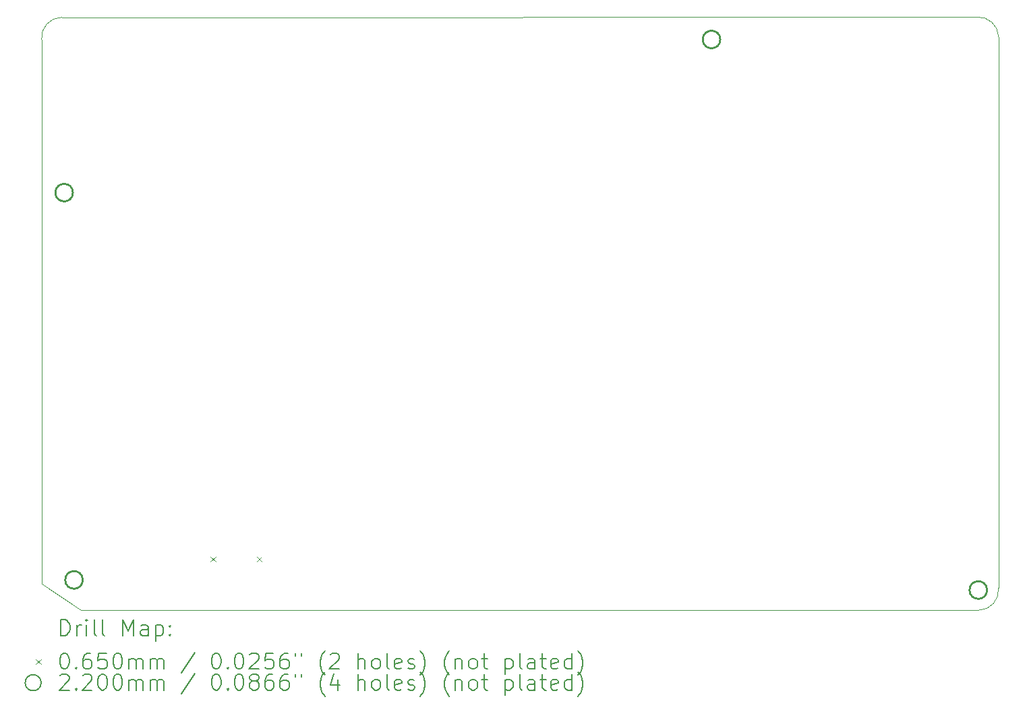
<source format=gbr>
%TF.GenerationSoftware,KiCad,Pcbnew,7.0.1*%
%TF.CreationDate,2023-11-20T00:05:41-03:00*%
%TF.ProjectId,data_logger,64617461-5f6c-46f6-9767-65722e6b6963,0*%
%TF.SameCoordinates,Original*%
%TF.FileFunction,Drillmap*%
%TF.FilePolarity,Positive*%
%FSLAX45Y45*%
G04 Gerber Fmt 4.5, Leading zero omitted, Abs format (unit mm)*
G04 Created by KiCad (PCBNEW 7.0.1) date 2023-11-20 00:05:41*
%MOMM*%
%LPD*%
G01*
G04 APERTURE LIST*
%ADD10C,0.100000*%
%ADD11C,0.200000*%
%ADD12C,0.065000*%
%ADD13C,0.220000*%
G04 APERTURE END LIST*
D10*
X8395800Y-6486867D02*
X8395800Y-13315800D01*
X20410000Y-13365333D02*
X20411267Y-6457800D01*
X8649800Y-6206194D02*
G75*
G03*
X8395800Y-6486867I10J-255276D01*
G01*
X20156000Y-13646000D02*
X8889868Y-13646000D01*
X20411267Y-6457800D02*
G75*
G03*
X20130600Y-6203800I-255267J0D01*
G01*
X8649800Y-6206200D02*
X20130600Y-6203800D01*
X8395800Y-13315800D02*
X8889868Y-13646000D01*
X20156000Y-13646006D02*
G75*
G03*
X20410000Y-13365333I-10J255276D01*
G01*
D11*
D12*
X10517500Y-12972000D02*
X10582500Y-13037000D01*
X10582500Y-12972000D02*
X10517500Y-13037000D01*
X11095500Y-12972000D02*
X11160500Y-13037000D01*
X11160500Y-12972000D02*
X11095500Y-13037000D01*
D13*
X8789000Y-8406000D02*
G75*
G03*
X8789000Y-8406000I-110000J0D01*
G01*
X8912200Y-13265000D02*
G75*
G03*
X8912200Y-13265000I-110000J0D01*
G01*
X16917000Y-6485000D02*
G75*
G03*
X16917000Y-6485000I-110000J0D01*
G01*
X20266000Y-13392000D02*
G75*
G03*
X20266000Y-13392000I-110000J0D01*
G01*
D11*
X8637153Y-13963524D02*
X8637153Y-13763524D01*
X8637153Y-13763524D02*
X8684772Y-13763524D01*
X8684772Y-13763524D02*
X8713343Y-13773048D01*
X8713343Y-13773048D02*
X8732391Y-13792095D01*
X8732391Y-13792095D02*
X8741915Y-13811143D01*
X8741915Y-13811143D02*
X8751439Y-13849238D01*
X8751439Y-13849238D02*
X8751439Y-13877809D01*
X8751439Y-13877809D02*
X8741915Y-13915905D01*
X8741915Y-13915905D02*
X8732391Y-13934952D01*
X8732391Y-13934952D02*
X8713343Y-13954000D01*
X8713343Y-13954000D02*
X8684772Y-13963524D01*
X8684772Y-13963524D02*
X8637153Y-13963524D01*
X8837153Y-13963524D02*
X8837153Y-13830190D01*
X8837153Y-13868286D02*
X8846677Y-13849238D01*
X8846677Y-13849238D02*
X8856200Y-13839714D01*
X8856200Y-13839714D02*
X8875248Y-13830190D01*
X8875248Y-13830190D02*
X8894296Y-13830190D01*
X8960962Y-13963524D02*
X8960962Y-13830190D01*
X8960962Y-13763524D02*
X8951439Y-13773048D01*
X8951439Y-13773048D02*
X8960962Y-13782571D01*
X8960962Y-13782571D02*
X8970486Y-13773048D01*
X8970486Y-13773048D02*
X8960962Y-13763524D01*
X8960962Y-13763524D02*
X8960962Y-13782571D01*
X9084772Y-13963524D02*
X9065724Y-13954000D01*
X9065724Y-13954000D02*
X9056200Y-13934952D01*
X9056200Y-13934952D02*
X9056200Y-13763524D01*
X9189534Y-13963524D02*
X9170486Y-13954000D01*
X9170486Y-13954000D02*
X9160962Y-13934952D01*
X9160962Y-13934952D02*
X9160962Y-13763524D01*
X9418105Y-13963524D02*
X9418105Y-13763524D01*
X9418105Y-13763524D02*
X9484772Y-13906381D01*
X9484772Y-13906381D02*
X9551439Y-13763524D01*
X9551439Y-13763524D02*
X9551439Y-13963524D01*
X9732391Y-13963524D02*
X9732391Y-13858762D01*
X9732391Y-13858762D02*
X9722867Y-13839714D01*
X9722867Y-13839714D02*
X9703820Y-13830190D01*
X9703820Y-13830190D02*
X9665724Y-13830190D01*
X9665724Y-13830190D02*
X9646677Y-13839714D01*
X9732391Y-13954000D02*
X9713343Y-13963524D01*
X9713343Y-13963524D02*
X9665724Y-13963524D01*
X9665724Y-13963524D02*
X9646677Y-13954000D01*
X9646677Y-13954000D02*
X9637153Y-13934952D01*
X9637153Y-13934952D02*
X9637153Y-13915905D01*
X9637153Y-13915905D02*
X9646677Y-13896857D01*
X9646677Y-13896857D02*
X9665724Y-13887333D01*
X9665724Y-13887333D02*
X9713343Y-13887333D01*
X9713343Y-13887333D02*
X9732391Y-13877809D01*
X9827629Y-13830190D02*
X9827629Y-14030190D01*
X9827629Y-13839714D02*
X9846677Y-13830190D01*
X9846677Y-13830190D02*
X9884772Y-13830190D01*
X9884772Y-13830190D02*
X9903820Y-13839714D01*
X9903820Y-13839714D02*
X9913343Y-13849238D01*
X9913343Y-13849238D02*
X9922867Y-13868286D01*
X9922867Y-13868286D02*
X9922867Y-13925428D01*
X9922867Y-13925428D02*
X9913343Y-13944476D01*
X9913343Y-13944476D02*
X9903820Y-13954000D01*
X9903820Y-13954000D02*
X9884772Y-13963524D01*
X9884772Y-13963524D02*
X9846677Y-13963524D01*
X9846677Y-13963524D02*
X9827629Y-13954000D01*
X10008581Y-13944476D02*
X10018105Y-13954000D01*
X10018105Y-13954000D02*
X10008581Y-13963524D01*
X10008581Y-13963524D02*
X9999058Y-13954000D01*
X9999058Y-13954000D02*
X10008581Y-13944476D01*
X10008581Y-13944476D02*
X10008581Y-13963524D01*
X10008581Y-13839714D02*
X10018105Y-13849238D01*
X10018105Y-13849238D02*
X10008581Y-13858762D01*
X10008581Y-13858762D02*
X9999058Y-13849238D01*
X9999058Y-13849238D02*
X10008581Y-13839714D01*
X10008581Y-13839714D02*
X10008581Y-13858762D01*
D12*
X8324534Y-14258500D02*
X8389534Y-14323500D01*
X8389534Y-14258500D02*
X8324534Y-14323500D01*
D11*
X8675248Y-14183524D02*
X8694296Y-14183524D01*
X8694296Y-14183524D02*
X8713343Y-14193048D01*
X8713343Y-14193048D02*
X8722867Y-14202571D01*
X8722867Y-14202571D02*
X8732391Y-14221619D01*
X8732391Y-14221619D02*
X8741915Y-14259714D01*
X8741915Y-14259714D02*
X8741915Y-14307333D01*
X8741915Y-14307333D02*
X8732391Y-14345428D01*
X8732391Y-14345428D02*
X8722867Y-14364476D01*
X8722867Y-14364476D02*
X8713343Y-14374000D01*
X8713343Y-14374000D02*
X8694296Y-14383524D01*
X8694296Y-14383524D02*
X8675248Y-14383524D01*
X8675248Y-14383524D02*
X8656200Y-14374000D01*
X8656200Y-14374000D02*
X8646677Y-14364476D01*
X8646677Y-14364476D02*
X8637153Y-14345428D01*
X8637153Y-14345428D02*
X8627629Y-14307333D01*
X8627629Y-14307333D02*
X8627629Y-14259714D01*
X8627629Y-14259714D02*
X8637153Y-14221619D01*
X8637153Y-14221619D02*
X8646677Y-14202571D01*
X8646677Y-14202571D02*
X8656200Y-14193048D01*
X8656200Y-14193048D02*
X8675248Y-14183524D01*
X8827629Y-14364476D02*
X8837153Y-14374000D01*
X8837153Y-14374000D02*
X8827629Y-14383524D01*
X8827629Y-14383524D02*
X8818105Y-14374000D01*
X8818105Y-14374000D02*
X8827629Y-14364476D01*
X8827629Y-14364476D02*
X8827629Y-14383524D01*
X9008581Y-14183524D02*
X8970486Y-14183524D01*
X8970486Y-14183524D02*
X8951439Y-14193048D01*
X8951439Y-14193048D02*
X8941915Y-14202571D01*
X8941915Y-14202571D02*
X8922867Y-14231143D01*
X8922867Y-14231143D02*
X8913343Y-14269238D01*
X8913343Y-14269238D02*
X8913343Y-14345428D01*
X8913343Y-14345428D02*
X8922867Y-14364476D01*
X8922867Y-14364476D02*
X8932391Y-14374000D01*
X8932391Y-14374000D02*
X8951439Y-14383524D01*
X8951439Y-14383524D02*
X8989534Y-14383524D01*
X8989534Y-14383524D02*
X9008581Y-14374000D01*
X9008581Y-14374000D02*
X9018105Y-14364476D01*
X9018105Y-14364476D02*
X9027629Y-14345428D01*
X9027629Y-14345428D02*
X9027629Y-14297809D01*
X9027629Y-14297809D02*
X9018105Y-14278762D01*
X9018105Y-14278762D02*
X9008581Y-14269238D01*
X9008581Y-14269238D02*
X8989534Y-14259714D01*
X8989534Y-14259714D02*
X8951439Y-14259714D01*
X8951439Y-14259714D02*
X8932391Y-14269238D01*
X8932391Y-14269238D02*
X8922867Y-14278762D01*
X8922867Y-14278762D02*
X8913343Y-14297809D01*
X9208581Y-14183524D02*
X9113343Y-14183524D01*
X9113343Y-14183524D02*
X9103820Y-14278762D01*
X9103820Y-14278762D02*
X9113343Y-14269238D01*
X9113343Y-14269238D02*
X9132391Y-14259714D01*
X9132391Y-14259714D02*
X9180010Y-14259714D01*
X9180010Y-14259714D02*
X9199058Y-14269238D01*
X9199058Y-14269238D02*
X9208581Y-14278762D01*
X9208581Y-14278762D02*
X9218105Y-14297809D01*
X9218105Y-14297809D02*
X9218105Y-14345428D01*
X9218105Y-14345428D02*
X9208581Y-14364476D01*
X9208581Y-14364476D02*
X9199058Y-14374000D01*
X9199058Y-14374000D02*
X9180010Y-14383524D01*
X9180010Y-14383524D02*
X9132391Y-14383524D01*
X9132391Y-14383524D02*
X9113343Y-14374000D01*
X9113343Y-14374000D02*
X9103820Y-14364476D01*
X9341915Y-14183524D02*
X9360962Y-14183524D01*
X9360962Y-14183524D02*
X9380010Y-14193048D01*
X9380010Y-14193048D02*
X9389534Y-14202571D01*
X9389534Y-14202571D02*
X9399058Y-14221619D01*
X9399058Y-14221619D02*
X9408581Y-14259714D01*
X9408581Y-14259714D02*
X9408581Y-14307333D01*
X9408581Y-14307333D02*
X9399058Y-14345428D01*
X9399058Y-14345428D02*
X9389534Y-14364476D01*
X9389534Y-14364476D02*
X9380010Y-14374000D01*
X9380010Y-14374000D02*
X9360962Y-14383524D01*
X9360962Y-14383524D02*
X9341915Y-14383524D01*
X9341915Y-14383524D02*
X9322867Y-14374000D01*
X9322867Y-14374000D02*
X9313343Y-14364476D01*
X9313343Y-14364476D02*
X9303820Y-14345428D01*
X9303820Y-14345428D02*
X9294296Y-14307333D01*
X9294296Y-14307333D02*
X9294296Y-14259714D01*
X9294296Y-14259714D02*
X9303820Y-14221619D01*
X9303820Y-14221619D02*
X9313343Y-14202571D01*
X9313343Y-14202571D02*
X9322867Y-14193048D01*
X9322867Y-14193048D02*
X9341915Y-14183524D01*
X9494296Y-14383524D02*
X9494296Y-14250190D01*
X9494296Y-14269238D02*
X9503820Y-14259714D01*
X9503820Y-14259714D02*
X9522867Y-14250190D01*
X9522867Y-14250190D02*
X9551439Y-14250190D01*
X9551439Y-14250190D02*
X9570486Y-14259714D01*
X9570486Y-14259714D02*
X9580010Y-14278762D01*
X9580010Y-14278762D02*
X9580010Y-14383524D01*
X9580010Y-14278762D02*
X9589534Y-14259714D01*
X9589534Y-14259714D02*
X9608581Y-14250190D01*
X9608581Y-14250190D02*
X9637153Y-14250190D01*
X9637153Y-14250190D02*
X9656201Y-14259714D01*
X9656201Y-14259714D02*
X9665724Y-14278762D01*
X9665724Y-14278762D02*
X9665724Y-14383524D01*
X9760962Y-14383524D02*
X9760962Y-14250190D01*
X9760962Y-14269238D02*
X9770486Y-14259714D01*
X9770486Y-14259714D02*
X9789534Y-14250190D01*
X9789534Y-14250190D02*
X9818105Y-14250190D01*
X9818105Y-14250190D02*
X9837153Y-14259714D01*
X9837153Y-14259714D02*
X9846677Y-14278762D01*
X9846677Y-14278762D02*
X9846677Y-14383524D01*
X9846677Y-14278762D02*
X9856201Y-14259714D01*
X9856201Y-14259714D02*
X9875248Y-14250190D01*
X9875248Y-14250190D02*
X9903820Y-14250190D01*
X9903820Y-14250190D02*
X9922867Y-14259714D01*
X9922867Y-14259714D02*
X9932391Y-14278762D01*
X9932391Y-14278762D02*
X9932391Y-14383524D01*
X10322867Y-14174000D02*
X10151439Y-14431143D01*
X10580010Y-14183524D02*
X10599058Y-14183524D01*
X10599058Y-14183524D02*
X10618105Y-14193048D01*
X10618105Y-14193048D02*
X10627629Y-14202571D01*
X10627629Y-14202571D02*
X10637153Y-14221619D01*
X10637153Y-14221619D02*
X10646677Y-14259714D01*
X10646677Y-14259714D02*
X10646677Y-14307333D01*
X10646677Y-14307333D02*
X10637153Y-14345428D01*
X10637153Y-14345428D02*
X10627629Y-14364476D01*
X10627629Y-14364476D02*
X10618105Y-14374000D01*
X10618105Y-14374000D02*
X10599058Y-14383524D01*
X10599058Y-14383524D02*
X10580010Y-14383524D01*
X10580010Y-14383524D02*
X10560963Y-14374000D01*
X10560963Y-14374000D02*
X10551439Y-14364476D01*
X10551439Y-14364476D02*
X10541915Y-14345428D01*
X10541915Y-14345428D02*
X10532391Y-14307333D01*
X10532391Y-14307333D02*
X10532391Y-14259714D01*
X10532391Y-14259714D02*
X10541915Y-14221619D01*
X10541915Y-14221619D02*
X10551439Y-14202571D01*
X10551439Y-14202571D02*
X10560963Y-14193048D01*
X10560963Y-14193048D02*
X10580010Y-14183524D01*
X10732391Y-14364476D02*
X10741915Y-14374000D01*
X10741915Y-14374000D02*
X10732391Y-14383524D01*
X10732391Y-14383524D02*
X10722867Y-14374000D01*
X10722867Y-14374000D02*
X10732391Y-14364476D01*
X10732391Y-14364476D02*
X10732391Y-14383524D01*
X10865724Y-14183524D02*
X10884772Y-14183524D01*
X10884772Y-14183524D02*
X10903820Y-14193048D01*
X10903820Y-14193048D02*
X10913344Y-14202571D01*
X10913344Y-14202571D02*
X10922867Y-14221619D01*
X10922867Y-14221619D02*
X10932391Y-14259714D01*
X10932391Y-14259714D02*
X10932391Y-14307333D01*
X10932391Y-14307333D02*
X10922867Y-14345428D01*
X10922867Y-14345428D02*
X10913344Y-14364476D01*
X10913344Y-14364476D02*
X10903820Y-14374000D01*
X10903820Y-14374000D02*
X10884772Y-14383524D01*
X10884772Y-14383524D02*
X10865724Y-14383524D01*
X10865724Y-14383524D02*
X10846677Y-14374000D01*
X10846677Y-14374000D02*
X10837153Y-14364476D01*
X10837153Y-14364476D02*
X10827629Y-14345428D01*
X10827629Y-14345428D02*
X10818105Y-14307333D01*
X10818105Y-14307333D02*
X10818105Y-14259714D01*
X10818105Y-14259714D02*
X10827629Y-14221619D01*
X10827629Y-14221619D02*
X10837153Y-14202571D01*
X10837153Y-14202571D02*
X10846677Y-14193048D01*
X10846677Y-14193048D02*
X10865724Y-14183524D01*
X11008582Y-14202571D02*
X11018105Y-14193048D01*
X11018105Y-14193048D02*
X11037153Y-14183524D01*
X11037153Y-14183524D02*
X11084772Y-14183524D01*
X11084772Y-14183524D02*
X11103820Y-14193048D01*
X11103820Y-14193048D02*
X11113344Y-14202571D01*
X11113344Y-14202571D02*
X11122867Y-14221619D01*
X11122867Y-14221619D02*
X11122867Y-14240667D01*
X11122867Y-14240667D02*
X11113344Y-14269238D01*
X11113344Y-14269238D02*
X10999058Y-14383524D01*
X10999058Y-14383524D02*
X11122867Y-14383524D01*
X11303820Y-14183524D02*
X11208582Y-14183524D01*
X11208582Y-14183524D02*
X11199058Y-14278762D01*
X11199058Y-14278762D02*
X11208582Y-14269238D01*
X11208582Y-14269238D02*
X11227629Y-14259714D01*
X11227629Y-14259714D02*
X11275248Y-14259714D01*
X11275248Y-14259714D02*
X11294296Y-14269238D01*
X11294296Y-14269238D02*
X11303820Y-14278762D01*
X11303820Y-14278762D02*
X11313343Y-14297809D01*
X11313343Y-14297809D02*
X11313343Y-14345428D01*
X11313343Y-14345428D02*
X11303820Y-14364476D01*
X11303820Y-14364476D02*
X11294296Y-14374000D01*
X11294296Y-14374000D02*
X11275248Y-14383524D01*
X11275248Y-14383524D02*
X11227629Y-14383524D01*
X11227629Y-14383524D02*
X11208582Y-14374000D01*
X11208582Y-14374000D02*
X11199058Y-14364476D01*
X11484772Y-14183524D02*
X11446677Y-14183524D01*
X11446677Y-14183524D02*
X11427629Y-14193048D01*
X11427629Y-14193048D02*
X11418105Y-14202571D01*
X11418105Y-14202571D02*
X11399058Y-14231143D01*
X11399058Y-14231143D02*
X11389534Y-14269238D01*
X11389534Y-14269238D02*
X11389534Y-14345428D01*
X11389534Y-14345428D02*
X11399058Y-14364476D01*
X11399058Y-14364476D02*
X11408582Y-14374000D01*
X11408582Y-14374000D02*
X11427629Y-14383524D01*
X11427629Y-14383524D02*
X11465724Y-14383524D01*
X11465724Y-14383524D02*
X11484772Y-14374000D01*
X11484772Y-14374000D02*
X11494296Y-14364476D01*
X11494296Y-14364476D02*
X11503820Y-14345428D01*
X11503820Y-14345428D02*
X11503820Y-14297809D01*
X11503820Y-14297809D02*
X11494296Y-14278762D01*
X11494296Y-14278762D02*
X11484772Y-14269238D01*
X11484772Y-14269238D02*
X11465724Y-14259714D01*
X11465724Y-14259714D02*
X11427629Y-14259714D01*
X11427629Y-14259714D02*
X11408582Y-14269238D01*
X11408582Y-14269238D02*
X11399058Y-14278762D01*
X11399058Y-14278762D02*
X11389534Y-14297809D01*
X11580010Y-14183524D02*
X11580010Y-14221619D01*
X11656201Y-14183524D02*
X11656201Y-14221619D01*
X11951439Y-14459714D02*
X11941915Y-14450190D01*
X11941915Y-14450190D02*
X11922867Y-14421619D01*
X11922867Y-14421619D02*
X11913344Y-14402571D01*
X11913344Y-14402571D02*
X11903820Y-14374000D01*
X11903820Y-14374000D02*
X11894296Y-14326381D01*
X11894296Y-14326381D02*
X11894296Y-14288286D01*
X11894296Y-14288286D02*
X11903820Y-14240667D01*
X11903820Y-14240667D02*
X11913344Y-14212095D01*
X11913344Y-14212095D02*
X11922867Y-14193048D01*
X11922867Y-14193048D02*
X11941915Y-14164476D01*
X11941915Y-14164476D02*
X11951439Y-14154952D01*
X12018105Y-14202571D02*
X12027629Y-14193048D01*
X12027629Y-14193048D02*
X12046677Y-14183524D01*
X12046677Y-14183524D02*
X12094296Y-14183524D01*
X12094296Y-14183524D02*
X12113344Y-14193048D01*
X12113344Y-14193048D02*
X12122867Y-14202571D01*
X12122867Y-14202571D02*
X12132391Y-14221619D01*
X12132391Y-14221619D02*
X12132391Y-14240667D01*
X12132391Y-14240667D02*
X12122867Y-14269238D01*
X12122867Y-14269238D02*
X12008582Y-14383524D01*
X12008582Y-14383524D02*
X12132391Y-14383524D01*
X12370486Y-14383524D02*
X12370486Y-14183524D01*
X12456201Y-14383524D02*
X12456201Y-14278762D01*
X12456201Y-14278762D02*
X12446677Y-14259714D01*
X12446677Y-14259714D02*
X12427629Y-14250190D01*
X12427629Y-14250190D02*
X12399058Y-14250190D01*
X12399058Y-14250190D02*
X12380010Y-14259714D01*
X12380010Y-14259714D02*
X12370486Y-14269238D01*
X12580010Y-14383524D02*
X12560963Y-14374000D01*
X12560963Y-14374000D02*
X12551439Y-14364476D01*
X12551439Y-14364476D02*
X12541915Y-14345428D01*
X12541915Y-14345428D02*
X12541915Y-14288286D01*
X12541915Y-14288286D02*
X12551439Y-14269238D01*
X12551439Y-14269238D02*
X12560963Y-14259714D01*
X12560963Y-14259714D02*
X12580010Y-14250190D01*
X12580010Y-14250190D02*
X12608582Y-14250190D01*
X12608582Y-14250190D02*
X12627629Y-14259714D01*
X12627629Y-14259714D02*
X12637153Y-14269238D01*
X12637153Y-14269238D02*
X12646677Y-14288286D01*
X12646677Y-14288286D02*
X12646677Y-14345428D01*
X12646677Y-14345428D02*
X12637153Y-14364476D01*
X12637153Y-14364476D02*
X12627629Y-14374000D01*
X12627629Y-14374000D02*
X12608582Y-14383524D01*
X12608582Y-14383524D02*
X12580010Y-14383524D01*
X12760963Y-14383524D02*
X12741915Y-14374000D01*
X12741915Y-14374000D02*
X12732391Y-14354952D01*
X12732391Y-14354952D02*
X12732391Y-14183524D01*
X12913344Y-14374000D02*
X12894296Y-14383524D01*
X12894296Y-14383524D02*
X12856201Y-14383524D01*
X12856201Y-14383524D02*
X12837153Y-14374000D01*
X12837153Y-14374000D02*
X12827629Y-14354952D01*
X12827629Y-14354952D02*
X12827629Y-14278762D01*
X12827629Y-14278762D02*
X12837153Y-14259714D01*
X12837153Y-14259714D02*
X12856201Y-14250190D01*
X12856201Y-14250190D02*
X12894296Y-14250190D01*
X12894296Y-14250190D02*
X12913344Y-14259714D01*
X12913344Y-14259714D02*
X12922867Y-14278762D01*
X12922867Y-14278762D02*
X12922867Y-14297809D01*
X12922867Y-14297809D02*
X12827629Y-14316857D01*
X12999058Y-14374000D02*
X13018106Y-14383524D01*
X13018106Y-14383524D02*
X13056201Y-14383524D01*
X13056201Y-14383524D02*
X13075248Y-14374000D01*
X13075248Y-14374000D02*
X13084772Y-14354952D01*
X13084772Y-14354952D02*
X13084772Y-14345428D01*
X13084772Y-14345428D02*
X13075248Y-14326381D01*
X13075248Y-14326381D02*
X13056201Y-14316857D01*
X13056201Y-14316857D02*
X13027629Y-14316857D01*
X13027629Y-14316857D02*
X13008582Y-14307333D01*
X13008582Y-14307333D02*
X12999058Y-14288286D01*
X12999058Y-14288286D02*
X12999058Y-14278762D01*
X12999058Y-14278762D02*
X13008582Y-14259714D01*
X13008582Y-14259714D02*
X13027629Y-14250190D01*
X13027629Y-14250190D02*
X13056201Y-14250190D01*
X13056201Y-14250190D02*
X13075248Y-14259714D01*
X13151439Y-14459714D02*
X13160963Y-14450190D01*
X13160963Y-14450190D02*
X13180010Y-14421619D01*
X13180010Y-14421619D02*
X13189534Y-14402571D01*
X13189534Y-14402571D02*
X13199058Y-14374000D01*
X13199058Y-14374000D02*
X13208582Y-14326381D01*
X13208582Y-14326381D02*
X13208582Y-14288286D01*
X13208582Y-14288286D02*
X13199058Y-14240667D01*
X13199058Y-14240667D02*
X13189534Y-14212095D01*
X13189534Y-14212095D02*
X13180010Y-14193048D01*
X13180010Y-14193048D02*
X13160963Y-14164476D01*
X13160963Y-14164476D02*
X13151439Y-14154952D01*
X13513344Y-14459714D02*
X13503820Y-14450190D01*
X13503820Y-14450190D02*
X13484772Y-14421619D01*
X13484772Y-14421619D02*
X13475248Y-14402571D01*
X13475248Y-14402571D02*
X13465725Y-14374000D01*
X13465725Y-14374000D02*
X13456201Y-14326381D01*
X13456201Y-14326381D02*
X13456201Y-14288286D01*
X13456201Y-14288286D02*
X13465725Y-14240667D01*
X13465725Y-14240667D02*
X13475248Y-14212095D01*
X13475248Y-14212095D02*
X13484772Y-14193048D01*
X13484772Y-14193048D02*
X13503820Y-14164476D01*
X13503820Y-14164476D02*
X13513344Y-14154952D01*
X13589534Y-14250190D02*
X13589534Y-14383524D01*
X13589534Y-14269238D02*
X13599058Y-14259714D01*
X13599058Y-14259714D02*
X13618106Y-14250190D01*
X13618106Y-14250190D02*
X13646677Y-14250190D01*
X13646677Y-14250190D02*
X13665725Y-14259714D01*
X13665725Y-14259714D02*
X13675248Y-14278762D01*
X13675248Y-14278762D02*
X13675248Y-14383524D01*
X13799058Y-14383524D02*
X13780010Y-14374000D01*
X13780010Y-14374000D02*
X13770487Y-14364476D01*
X13770487Y-14364476D02*
X13760963Y-14345428D01*
X13760963Y-14345428D02*
X13760963Y-14288286D01*
X13760963Y-14288286D02*
X13770487Y-14269238D01*
X13770487Y-14269238D02*
X13780010Y-14259714D01*
X13780010Y-14259714D02*
X13799058Y-14250190D01*
X13799058Y-14250190D02*
X13827629Y-14250190D01*
X13827629Y-14250190D02*
X13846677Y-14259714D01*
X13846677Y-14259714D02*
X13856201Y-14269238D01*
X13856201Y-14269238D02*
X13865725Y-14288286D01*
X13865725Y-14288286D02*
X13865725Y-14345428D01*
X13865725Y-14345428D02*
X13856201Y-14364476D01*
X13856201Y-14364476D02*
X13846677Y-14374000D01*
X13846677Y-14374000D02*
X13827629Y-14383524D01*
X13827629Y-14383524D02*
X13799058Y-14383524D01*
X13922868Y-14250190D02*
X13999058Y-14250190D01*
X13951439Y-14183524D02*
X13951439Y-14354952D01*
X13951439Y-14354952D02*
X13960963Y-14374000D01*
X13960963Y-14374000D02*
X13980010Y-14383524D01*
X13980010Y-14383524D02*
X13999058Y-14383524D01*
X14218106Y-14250190D02*
X14218106Y-14450190D01*
X14218106Y-14259714D02*
X14237153Y-14250190D01*
X14237153Y-14250190D02*
X14275249Y-14250190D01*
X14275249Y-14250190D02*
X14294296Y-14259714D01*
X14294296Y-14259714D02*
X14303820Y-14269238D01*
X14303820Y-14269238D02*
X14313344Y-14288286D01*
X14313344Y-14288286D02*
X14313344Y-14345428D01*
X14313344Y-14345428D02*
X14303820Y-14364476D01*
X14303820Y-14364476D02*
X14294296Y-14374000D01*
X14294296Y-14374000D02*
X14275249Y-14383524D01*
X14275249Y-14383524D02*
X14237153Y-14383524D01*
X14237153Y-14383524D02*
X14218106Y-14374000D01*
X14427629Y-14383524D02*
X14408582Y-14374000D01*
X14408582Y-14374000D02*
X14399058Y-14354952D01*
X14399058Y-14354952D02*
X14399058Y-14183524D01*
X14589534Y-14383524D02*
X14589534Y-14278762D01*
X14589534Y-14278762D02*
X14580010Y-14259714D01*
X14580010Y-14259714D02*
X14560963Y-14250190D01*
X14560963Y-14250190D02*
X14522868Y-14250190D01*
X14522868Y-14250190D02*
X14503820Y-14259714D01*
X14589534Y-14374000D02*
X14570487Y-14383524D01*
X14570487Y-14383524D02*
X14522868Y-14383524D01*
X14522868Y-14383524D02*
X14503820Y-14374000D01*
X14503820Y-14374000D02*
X14494296Y-14354952D01*
X14494296Y-14354952D02*
X14494296Y-14335905D01*
X14494296Y-14335905D02*
X14503820Y-14316857D01*
X14503820Y-14316857D02*
X14522868Y-14307333D01*
X14522868Y-14307333D02*
X14570487Y-14307333D01*
X14570487Y-14307333D02*
X14589534Y-14297809D01*
X14656201Y-14250190D02*
X14732391Y-14250190D01*
X14684772Y-14183524D02*
X14684772Y-14354952D01*
X14684772Y-14354952D02*
X14694296Y-14374000D01*
X14694296Y-14374000D02*
X14713344Y-14383524D01*
X14713344Y-14383524D02*
X14732391Y-14383524D01*
X14875249Y-14374000D02*
X14856201Y-14383524D01*
X14856201Y-14383524D02*
X14818106Y-14383524D01*
X14818106Y-14383524D02*
X14799058Y-14374000D01*
X14799058Y-14374000D02*
X14789534Y-14354952D01*
X14789534Y-14354952D02*
X14789534Y-14278762D01*
X14789534Y-14278762D02*
X14799058Y-14259714D01*
X14799058Y-14259714D02*
X14818106Y-14250190D01*
X14818106Y-14250190D02*
X14856201Y-14250190D01*
X14856201Y-14250190D02*
X14875249Y-14259714D01*
X14875249Y-14259714D02*
X14884772Y-14278762D01*
X14884772Y-14278762D02*
X14884772Y-14297809D01*
X14884772Y-14297809D02*
X14789534Y-14316857D01*
X15056201Y-14383524D02*
X15056201Y-14183524D01*
X15056201Y-14374000D02*
X15037153Y-14383524D01*
X15037153Y-14383524D02*
X14999058Y-14383524D01*
X14999058Y-14383524D02*
X14980010Y-14374000D01*
X14980010Y-14374000D02*
X14970487Y-14364476D01*
X14970487Y-14364476D02*
X14960963Y-14345428D01*
X14960963Y-14345428D02*
X14960963Y-14288286D01*
X14960963Y-14288286D02*
X14970487Y-14269238D01*
X14970487Y-14269238D02*
X14980010Y-14259714D01*
X14980010Y-14259714D02*
X14999058Y-14250190D01*
X14999058Y-14250190D02*
X15037153Y-14250190D01*
X15037153Y-14250190D02*
X15056201Y-14259714D01*
X15132391Y-14459714D02*
X15141915Y-14450190D01*
X15141915Y-14450190D02*
X15160963Y-14421619D01*
X15160963Y-14421619D02*
X15170487Y-14402571D01*
X15170487Y-14402571D02*
X15180010Y-14374000D01*
X15180010Y-14374000D02*
X15189534Y-14326381D01*
X15189534Y-14326381D02*
X15189534Y-14288286D01*
X15189534Y-14288286D02*
X15180010Y-14240667D01*
X15180010Y-14240667D02*
X15170487Y-14212095D01*
X15170487Y-14212095D02*
X15160963Y-14193048D01*
X15160963Y-14193048D02*
X15141915Y-14164476D01*
X15141915Y-14164476D02*
X15132391Y-14154952D01*
X8389534Y-14555000D02*
G75*
G03*
X8389534Y-14555000I-100000J0D01*
G01*
X8627629Y-14466571D02*
X8637153Y-14457048D01*
X8637153Y-14457048D02*
X8656200Y-14447524D01*
X8656200Y-14447524D02*
X8703820Y-14447524D01*
X8703820Y-14447524D02*
X8722867Y-14457048D01*
X8722867Y-14457048D02*
X8732391Y-14466571D01*
X8732391Y-14466571D02*
X8741915Y-14485619D01*
X8741915Y-14485619D02*
X8741915Y-14504667D01*
X8741915Y-14504667D02*
X8732391Y-14533238D01*
X8732391Y-14533238D02*
X8618105Y-14647524D01*
X8618105Y-14647524D02*
X8741915Y-14647524D01*
X8827629Y-14628476D02*
X8837153Y-14638000D01*
X8837153Y-14638000D02*
X8827629Y-14647524D01*
X8827629Y-14647524D02*
X8818105Y-14638000D01*
X8818105Y-14638000D02*
X8827629Y-14628476D01*
X8827629Y-14628476D02*
X8827629Y-14647524D01*
X8913343Y-14466571D02*
X8922867Y-14457048D01*
X8922867Y-14457048D02*
X8941915Y-14447524D01*
X8941915Y-14447524D02*
X8989534Y-14447524D01*
X8989534Y-14447524D02*
X9008581Y-14457048D01*
X9008581Y-14457048D02*
X9018105Y-14466571D01*
X9018105Y-14466571D02*
X9027629Y-14485619D01*
X9027629Y-14485619D02*
X9027629Y-14504667D01*
X9027629Y-14504667D02*
X9018105Y-14533238D01*
X9018105Y-14533238D02*
X8903820Y-14647524D01*
X8903820Y-14647524D02*
X9027629Y-14647524D01*
X9151439Y-14447524D02*
X9170486Y-14447524D01*
X9170486Y-14447524D02*
X9189534Y-14457048D01*
X9189534Y-14457048D02*
X9199058Y-14466571D01*
X9199058Y-14466571D02*
X9208581Y-14485619D01*
X9208581Y-14485619D02*
X9218105Y-14523714D01*
X9218105Y-14523714D02*
X9218105Y-14571333D01*
X9218105Y-14571333D02*
X9208581Y-14609428D01*
X9208581Y-14609428D02*
X9199058Y-14628476D01*
X9199058Y-14628476D02*
X9189534Y-14638000D01*
X9189534Y-14638000D02*
X9170486Y-14647524D01*
X9170486Y-14647524D02*
X9151439Y-14647524D01*
X9151439Y-14647524D02*
X9132391Y-14638000D01*
X9132391Y-14638000D02*
X9122867Y-14628476D01*
X9122867Y-14628476D02*
X9113343Y-14609428D01*
X9113343Y-14609428D02*
X9103820Y-14571333D01*
X9103820Y-14571333D02*
X9103820Y-14523714D01*
X9103820Y-14523714D02*
X9113343Y-14485619D01*
X9113343Y-14485619D02*
X9122867Y-14466571D01*
X9122867Y-14466571D02*
X9132391Y-14457048D01*
X9132391Y-14457048D02*
X9151439Y-14447524D01*
X9341915Y-14447524D02*
X9360962Y-14447524D01*
X9360962Y-14447524D02*
X9380010Y-14457048D01*
X9380010Y-14457048D02*
X9389534Y-14466571D01*
X9389534Y-14466571D02*
X9399058Y-14485619D01*
X9399058Y-14485619D02*
X9408581Y-14523714D01*
X9408581Y-14523714D02*
X9408581Y-14571333D01*
X9408581Y-14571333D02*
X9399058Y-14609428D01*
X9399058Y-14609428D02*
X9389534Y-14628476D01*
X9389534Y-14628476D02*
X9380010Y-14638000D01*
X9380010Y-14638000D02*
X9360962Y-14647524D01*
X9360962Y-14647524D02*
X9341915Y-14647524D01*
X9341915Y-14647524D02*
X9322867Y-14638000D01*
X9322867Y-14638000D02*
X9313343Y-14628476D01*
X9313343Y-14628476D02*
X9303820Y-14609428D01*
X9303820Y-14609428D02*
X9294296Y-14571333D01*
X9294296Y-14571333D02*
X9294296Y-14523714D01*
X9294296Y-14523714D02*
X9303820Y-14485619D01*
X9303820Y-14485619D02*
X9313343Y-14466571D01*
X9313343Y-14466571D02*
X9322867Y-14457048D01*
X9322867Y-14457048D02*
X9341915Y-14447524D01*
X9494296Y-14647524D02*
X9494296Y-14514190D01*
X9494296Y-14533238D02*
X9503820Y-14523714D01*
X9503820Y-14523714D02*
X9522867Y-14514190D01*
X9522867Y-14514190D02*
X9551439Y-14514190D01*
X9551439Y-14514190D02*
X9570486Y-14523714D01*
X9570486Y-14523714D02*
X9580010Y-14542762D01*
X9580010Y-14542762D02*
X9580010Y-14647524D01*
X9580010Y-14542762D02*
X9589534Y-14523714D01*
X9589534Y-14523714D02*
X9608581Y-14514190D01*
X9608581Y-14514190D02*
X9637153Y-14514190D01*
X9637153Y-14514190D02*
X9656201Y-14523714D01*
X9656201Y-14523714D02*
X9665724Y-14542762D01*
X9665724Y-14542762D02*
X9665724Y-14647524D01*
X9760962Y-14647524D02*
X9760962Y-14514190D01*
X9760962Y-14533238D02*
X9770486Y-14523714D01*
X9770486Y-14523714D02*
X9789534Y-14514190D01*
X9789534Y-14514190D02*
X9818105Y-14514190D01*
X9818105Y-14514190D02*
X9837153Y-14523714D01*
X9837153Y-14523714D02*
X9846677Y-14542762D01*
X9846677Y-14542762D02*
X9846677Y-14647524D01*
X9846677Y-14542762D02*
X9856201Y-14523714D01*
X9856201Y-14523714D02*
X9875248Y-14514190D01*
X9875248Y-14514190D02*
X9903820Y-14514190D01*
X9903820Y-14514190D02*
X9922867Y-14523714D01*
X9922867Y-14523714D02*
X9932391Y-14542762D01*
X9932391Y-14542762D02*
X9932391Y-14647524D01*
X10322867Y-14438000D02*
X10151439Y-14695143D01*
X10580010Y-14447524D02*
X10599058Y-14447524D01*
X10599058Y-14447524D02*
X10618105Y-14457048D01*
X10618105Y-14457048D02*
X10627629Y-14466571D01*
X10627629Y-14466571D02*
X10637153Y-14485619D01*
X10637153Y-14485619D02*
X10646677Y-14523714D01*
X10646677Y-14523714D02*
X10646677Y-14571333D01*
X10646677Y-14571333D02*
X10637153Y-14609428D01*
X10637153Y-14609428D02*
X10627629Y-14628476D01*
X10627629Y-14628476D02*
X10618105Y-14638000D01*
X10618105Y-14638000D02*
X10599058Y-14647524D01*
X10599058Y-14647524D02*
X10580010Y-14647524D01*
X10580010Y-14647524D02*
X10560963Y-14638000D01*
X10560963Y-14638000D02*
X10551439Y-14628476D01*
X10551439Y-14628476D02*
X10541915Y-14609428D01*
X10541915Y-14609428D02*
X10532391Y-14571333D01*
X10532391Y-14571333D02*
X10532391Y-14523714D01*
X10532391Y-14523714D02*
X10541915Y-14485619D01*
X10541915Y-14485619D02*
X10551439Y-14466571D01*
X10551439Y-14466571D02*
X10560963Y-14457048D01*
X10560963Y-14457048D02*
X10580010Y-14447524D01*
X10732391Y-14628476D02*
X10741915Y-14638000D01*
X10741915Y-14638000D02*
X10732391Y-14647524D01*
X10732391Y-14647524D02*
X10722867Y-14638000D01*
X10722867Y-14638000D02*
X10732391Y-14628476D01*
X10732391Y-14628476D02*
X10732391Y-14647524D01*
X10865724Y-14447524D02*
X10884772Y-14447524D01*
X10884772Y-14447524D02*
X10903820Y-14457048D01*
X10903820Y-14457048D02*
X10913344Y-14466571D01*
X10913344Y-14466571D02*
X10922867Y-14485619D01*
X10922867Y-14485619D02*
X10932391Y-14523714D01*
X10932391Y-14523714D02*
X10932391Y-14571333D01*
X10932391Y-14571333D02*
X10922867Y-14609428D01*
X10922867Y-14609428D02*
X10913344Y-14628476D01*
X10913344Y-14628476D02*
X10903820Y-14638000D01*
X10903820Y-14638000D02*
X10884772Y-14647524D01*
X10884772Y-14647524D02*
X10865724Y-14647524D01*
X10865724Y-14647524D02*
X10846677Y-14638000D01*
X10846677Y-14638000D02*
X10837153Y-14628476D01*
X10837153Y-14628476D02*
X10827629Y-14609428D01*
X10827629Y-14609428D02*
X10818105Y-14571333D01*
X10818105Y-14571333D02*
X10818105Y-14523714D01*
X10818105Y-14523714D02*
X10827629Y-14485619D01*
X10827629Y-14485619D02*
X10837153Y-14466571D01*
X10837153Y-14466571D02*
X10846677Y-14457048D01*
X10846677Y-14457048D02*
X10865724Y-14447524D01*
X11046677Y-14533238D02*
X11027629Y-14523714D01*
X11027629Y-14523714D02*
X11018105Y-14514190D01*
X11018105Y-14514190D02*
X11008582Y-14495143D01*
X11008582Y-14495143D02*
X11008582Y-14485619D01*
X11008582Y-14485619D02*
X11018105Y-14466571D01*
X11018105Y-14466571D02*
X11027629Y-14457048D01*
X11027629Y-14457048D02*
X11046677Y-14447524D01*
X11046677Y-14447524D02*
X11084772Y-14447524D01*
X11084772Y-14447524D02*
X11103820Y-14457048D01*
X11103820Y-14457048D02*
X11113344Y-14466571D01*
X11113344Y-14466571D02*
X11122867Y-14485619D01*
X11122867Y-14485619D02*
X11122867Y-14495143D01*
X11122867Y-14495143D02*
X11113344Y-14514190D01*
X11113344Y-14514190D02*
X11103820Y-14523714D01*
X11103820Y-14523714D02*
X11084772Y-14533238D01*
X11084772Y-14533238D02*
X11046677Y-14533238D01*
X11046677Y-14533238D02*
X11027629Y-14542762D01*
X11027629Y-14542762D02*
X11018105Y-14552286D01*
X11018105Y-14552286D02*
X11008582Y-14571333D01*
X11008582Y-14571333D02*
X11008582Y-14609428D01*
X11008582Y-14609428D02*
X11018105Y-14628476D01*
X11018105Y-14628476D02*
X11027629Y-14638000D01*
X11027629Y-14638000D02*
X11046677Y-14647524D01*
X11046677Y-14647524D02*
X11084772Y-14647524D01*
X11084772Y-14647524D02*
X11103820Y-14638000D01*
X11103820Y-14638000D02*
X11113344Y-14628476D01*
X11113344Y-14628476D02*
X11122867Y-14609428D01*
X11122867Y-14609428D02*
X11122867Y-14571333D01*
X11122867Y-14571333D02*
X11113344Y-14552286D01*
X11113344Y-14552286D02*
X11103820Y-14542762D01*
X11103820Y-14542762D02*
X11084772Y-14533238D01*
X11294296Y-14447524D02*
X11256201Y-14447524D01*
X11256201Y-14447524D02*
X11237153Y-14457048D01*
X11237153Y-14457048D02*
X11227629Y-14466571D01*
X11227629Y-14466571D02*
X11208582Y-14495143D01*
X11208582Y-14495143D02*
X11199058Y-14533238D01*
X11199058Y-14533238D02*
X11199058Y-14609428D01*
X11199058Y-14609428D02*
X11208582Y-14628476D01*
X11208582Y-14628476D02*
X11218105Y-14638000D01*
X11218105Y-14638000D02*
X11237153Y-14647524D01*
X11237153Y-14647524D02*
X11275248Y-14647524D01*
X11275248Y-14647524D02*
X11294296Y-14638000D01*
X11294296Y-14638000D02*
X11303820Y-14628476D01*
X11303820Y-14628476D02*
X11313343Y-14609428D01*
X11313343Y-14609428D02*
X11313343Y-14561809D01*
X11313343Y-14561809D02*
X11303820Y-14542762D01*
X11303820Y-14542762D02*
X11294296Y-14533238D01*
X11294296Y-14533238D02*
X11275248Y-14523714D01*
X11275248Y-14523714D02*
X11237153Y-14523714D01*
X11237153Y-14523714D02*
X11218105Y-14533238D01*
X11218105Y-14533238D02*
X11208582Y-14542762D01*
X11208582Y-14542762D02*
X11199058Y-14561809D01*
X11484772Y-14447524D02*
X11446677Y-14447524D01*
X11446677Y-14447524D02*
X11427629Y-14457048D01*
X11427629Y-14457048D02*
X11418105Y-14466571D01*
X11418105Y-14466571D02*
X11399058Y-14495143D01*
X11399058Y-14495143D02*
X11389534Y-14533238D01*
X11389534Y-14533238D02*
X11389534Y-14609428D01*
X11389534Y-14609428D02*
X11399058Y-14628476D01*
X11399058Y-14628476D02*
X11408582Y-14638000D01*
X11408582Y-14638000D02*
X11427629Y-14647524D01*
X11427629Y-14647524D02*
X11465724Y-14647524D01*
X11465724Y-14647524D02*
X11484772Y-14638000D01*
X11484772Y-14638000D02*
X11494296Y-14628476D01*
X11494296Y-14628476D02*
X11503820Y-14609428D01*
X11503820Y-14609428D02*
X11503820Y-14561809D01*
X11503820Y-14561809D02*
X11494296Y-14542762D01*
X11494296Y-14542762D02*
X11484772Y-14533238D01*
X11484772Y-14533238D02*
X11465724Y-14523714D01*
X11465724Y-14523714D02*
X11427629Y-14523714D01*
X11427629Y-14523714D02*
X11408582Y-14533238D01*
X11408582Y-14533238D02*
X11399058Y-14542762D01*
X11399058Y-14542762D02*
X11389534Y-14561809D01*
X11580010Y-14447524D02*
X11580010Y-14485619D01*
X11656201Y-14447524D02*
X11656201Y-14485619D01*
X11951439Y-14723714D02*
X11941915Y-14714190D01*
X11941915Y-14714190D02*
X11922867Y-14685619D01*
X11922867Y-14685619D02*
X11913344Y-14666571D01*
X11913344Y-14666571D02*
X11903820Y-14638000D01*
X11903820Y-14638000D02*
X11894296Y-14590381D01*
X11894296Y-14590381D02*
X11894296Y-14552286D01*
X11894296Y-14552286D02*
X11903820Y-14504667D01*
X11903820Y-14504667D02*
X11913344Y-14476095D01*
X11913344Y-14476095D02*
X11922867Y-14457048D01*
X11922867Y-14457048D02*
X11941915Y-14428476D01*
X11941915Y-14428476D02*
X11951439Y-14418952D01*
X12113344Y-14514190D02*
X12113344Y-14647524D01*
X12065724Y-14438000D02*
X12018105Y-14580857D01*
X12018105Y-14580857D02*
X12141915Y-14580857D01*
X12370486Y-14647524D02*
X12370486Y-14447524D01*
X12456201Y-14647524D02*
X12456201Y-14542762D01*
X12456201Y-14542762D02*
X12446677Y-14523714D01*
X12446677Y-14523714D02*
X12427629Y-14514190D01*
X12427629Y-14514190D02*
X12399058Y-14514190D01*
X12399058Y-14514190D02*
X12380010Y-14523714D01*
X12380010Y-14523714D02*
X12370486Y-14533238D01*
X12580010Y-14647524D02*
X12560963Y-14638000D01*
X12560963Y-14638000D02*
X12551439Y-14628476D01*
X12551439Y-14628476D02*
X12541915Y-14609428D01*
X12541915Y-14609428D02*
X12541915Y-14552286D01*
X12541915Y-14552286D02*
X12551439Y-14533238D01*
X12551439Y-14533238D02*
X12560963Y-14523714D01*
X12560963Y-14523714D02*
X12580010Y-14514190D01*
X12580010Y-14514190D02*
X12608582Y-14514190D01*
X12608582Y-14514190D02*
X12627629Y-14523714D01*
X12627629Y-14523714D02*
X12637153Y-14533238D01*
X12637153Y-14533238D02*
X12646677Y-14552286D01*
X12646677Y-14552286D02*
X12646677Y-14609428D01*
X12646677Y-14609428D02*
X12637153Y-14628476D01*
X12637153Y-14628476D02*
X12627629Y-14638000D01*
X12627629Y-14638000D02*
X12608582Y-14647524D01*
X12608582Y-14647524D02*
X12580010Y-14647524D01*
X12760963Y-14647524D02*
X12741915Y-14638000D01*
X12741915Y-14638000D02*
X12732391Y-14618952D01*
X12732391Y-14618952D02*
X12732391Y-14447524D01*
X12913344Y-14638000D02*
X12894296Y-14647524D01*
X12894296Y-14647524D02*
X12856201Y-14647524D01*
X12856201Y-14647524D02*
X12837153Y-14638000D01*
X12837153Y-14638000D02*
X12827629Y-14618952D01*
X12827629Y-14618952D02*
X12827629Y-14542762D01*
X12827629Y-14542762D02*
X12837153Y-14523714D01*
X12837153Y-14523714D02*
X12856201Y-14514190D01*
X12856201Y-14514190D02*
X12894296Y-14514190D01*
X12894296Y-14514190D02*
X12913344Y-14523714D01*
X12913344Y-14523714D02*
X12922867Y-14542762D01*
X12922867Y-14542762D02*
X12922867Y-14561809D01*
X12922867Y-14561809D02*
X12827629Y-14580857D01*
X12999058Y-14638000D02*
X13018106Y-14647524D01*
X13018106Y-14647524D02*
X13056201Y-14647524D01*
X13056201Y-14647524D02*
X13075248Y-14638000D01*
X13075248Y-14638000D02*
X13084772Y-14618952D01*
X13084772Y-14618952D02*
X13084772Y-14609428D01*
X13084772Y-14609428D02*
X13075248Y-14590381D01*
X13075248Y-14590381D02*
X13056201Y-14580857D01*
X13056201Y-14580857D02*
X13027629Y-14580857D01*
X13027629Y-14580857D02*
X13008582Y-14571333D01*
X13008582Y-14571333D02*
X12999058Y-14552286D01*
X12999058Y-14552286D02*
X12999058Y-14542762D01*
X12999058Y-14542762D02*
X13008582Y-14523714D01*
X13008582Y-14523714D02*
X13027629Y-14514190D01*
X13027629Y-14514190D02*
X13056201Y-14514190D01*
X13056201Y-14514190D02*
X13075248Y-14523714D01*
X13151439Y-14723714D02*
X13160963Y-14714190D01*
X13160963Y-14714190D02*
X13180010Y-14685619D01*
X13180010Y-14685619D02*
X13189534Y-14666571D01*
X13189534Y-14666571D02*
X13199058Y-14638000D01*
X13199058Y-14638000D02*
X13208582Y-14590381D01*
X13208582Y-14590381D02*
X13208582Y-14552286D01*
X13208582Y-14552286D02*
X13199058Y-14504667D01*
X13199058Y-14504667D02*
X13189534Y-14476095D01*
X13189534Y-14476095D02*
X13180010Y-14457048D01*
X13180010Y-14457048D02*
X13160963Y-14428476D01*
X13160963Y-14428476D02*
X13151439Y-14418952D01*
X13513344Y-14723714D02*
X13503820Y-14714190D01*
X13503820Y-14714190D02*
X13484772Y-14685619D01*
X13484772Y-14685619D02*
X13475248Y-14666571D01*
X13475248Y-14666571D02*
X13465725Y-14638000D01*
X13465725Y-14638000D02*
X13456201Y-14590381D01*
X13456201Y-14590381D02*
X13456201Y-14552286D01*
X13456201Y-14552286D02*
X13465725Y-14504667D01*
X13465725Y-14504667D02*
X13475248Y-14476095D01*
X13475248Y-14476095D02*
X13484772Y-14457048D01*
X13484772Y-14457048D02*
X13503820Y-14428476D01*
X13503820Y-14428476D02*
X13513344Y-14418952D01*
X13589534Y-14514190D02*
X13589534Y-14647524D01*
X13589534Y-14533238D02*
X13599058Y-14523714D01*
X13599058Y-14523714D02*
X13618106Y-14514190D01*
X13618106Y-14514190D02*
X13646677Y-14514190D01*
X13646677Y-14514190D02*
X13665725Y-14523714D01*
X13665725Y-14523714D02*
X13675248Y-14542762D01*
X13675248Y-14542762D02*
X13675248Y-14647524D01*
X13799058Y-14647524D02*
X13780010Y-14638000D01*
X13780010Y-14638000D02*
X13770487Y-14628476D01*
X13770487Y-14628476D02*
X13760963Y-14609428D01*
X13760963Y-14609428D02*
X13760963Y-14552286D01*
X13760963Y-14552286D02*
X13770487Y-14533238D01*
X13770487Y-14533238D02*
X13780010Y-14523714D01*
X13780010Y-14523714D02*
X13799058Y-14514190D01*
X13799058Y-14514190D02*
X13827629Y-14514190D01*
X13827629Y-14514190D02*
X13846677Y-14523714D01*
X13846677Y-14523714D02*
X13856201Y-14533238D01*
X13856201Y-14533238D02*
X13865725Y-14552286D01*
X13865725Y-14552286D02*
X13865725Y-14609428D01*
X13865725Y-14609428D02*
X13856201Y-14628476D01*
X13856201Y-14628476D02*
X13846677Y-14638000D01*
X13846677Y-14638000D02*
X13827629Y-14647524D01*
X13827629Y-14647524D02*
X13799058Y-14647524D01*
X13922868Y-14514190D02*
X13999058Y-14514190D01*
X13951439Y-14447524D02*
X13951439Y-14618952D01*
X13951439Y-14618952D02*
X13960963Y-14638000D01*
X13960963Y-14638000D02*
X13980010Y-14647524D01*
X13980010Y-14647524D02*
X13999058Y-14647524D01*
X14218106Y-14514190D02*
X14218106Y-14714190D01*
X14218106Y-14523714D02*
X14237153Y-14514190D01*
X14237153Y-14514190D02*
X14275249Y-14514190D01*
X14275249Y-14514190D02*
X14294296Y-14523714D01*
X14294296Y-14523714D02*
X14303820Y-14533238D01*
X14303820Y-14533238D02*
X14313344Y-14552286D01*
X14313344Y-14552286D02*
X14313344Y-14609428D01*
X14313344Y-14609428D02*
X14303820Y-14628476D01*
X14303820Y-14628476D02*
X14294296Y-14638000D01*
X14294296Y-14638000D02*
X14275249Y-14647524D01*
X14275249Y-14647524D02*
X14237153Y-14647524D01*
X14237153Y-14647524D02*
X14218106Y-14638000D01*
X14427629Y-14647524D02*
X14408582Y-14638000D01*
X14408582Y-14638000D02*
X14399058Y-14618952D01*
X14399058Y-14618952D02*
X14399058Y-14447524D01*
X14589534Y-14647524D02*
X14589534Y-14542762D01*
X14589534Y-14542762D02*
X14580010Y-14523714D01*
X14580010Y-14523714D02*
X14560963Y-14514190D01*
X14560963Y-14514190D02*
X14522868Y-14514190D01*
X14522868Y-14514190D02*
X14503820Y-14523714D01*
X14589534Y-14638000D02*
X14570487Y-14647524D01*
X14570487Y-14647524D02*
X14522868Y-14647524D01*
X14522868Y-14647524D02*
X14503820Y-14638000D01*
X14503820Y-14638000D02*
X14494296Y-14618952D01*
X14494296Y-14618952D02*
X14494296Y-14599905D01*
X14494296Y-14599905D02*
X14503820Y-14580857D01*
X14503820Y-14580857D02*
X14522868Y-14571333D01*
X14522868Y-14571333D02*
X14570487Y-14571333D01*
X14570487Y-14571333D02*
X14589534Y-14561809D01*
X14656201Y-14514190D02*
X14732391Y-14514190D01*
X14684772Y-14447524D02*
X14684772Y-14618952D01*
X14684772Y-14618952D02*
X14694296Y-14638000D01*
X14694296Y-14638000D02*
X14713344Y-14647524D01*
X14713344Y-14647524D02*
X14732391Y-14647524D01*
X14875249Y-14638000D02*
X14856201Y-14647524D01*
X14856201Y-14647524D02*
X14818106Y-14647524D01*
X14818106Y-14647524D02*
X14799058Y-14638000D01*
X14799058Y-14638000D02*
X14789534Y-14618952D01*
X14789534Y-14618952D02*
X14789534Y-14542762D01*
X14789534Y-14542762D02*
X14799058Y-14523714D01*
X14799058Y-14523714D02*
X14818106Y-14514190D01*
X14818106Y-14514190D02*
X14856201Y-14514190D01*
X14856201Y-14514190D02*
X14875249Y-14523714D01*
X14875249Y-14523714D02*
X14884772Y-14542762D01*
X14884772Y-14542762D02*
X14884772Y-14561809D01*
X14884772Y-14561809D02*
X14789534Y-14580857D01*
X15056201Y-14647524D02*
X15056201Y-14447524D01*
X15056201Y-14638000D02*
X15037153Y-14647524D01*
X15037153Y-14647524D02*
X14999058Y-14647524D01*
X14999058Y-14647524D02*
X14980010Y-14638000D01*
X14980010Y-14638000D02*
X14970487Y-14628476D01*
X14970487Y-14628476D02*
X14960963Y-14609428D01*
X14960963Y-14609428D02*
X14960963Y-14552286D01*
X14960963Y-14552286D02*
X14970487Y-14533238D01*
X14970487Y-14533238D02*
X14980010Y-14523714D01*
X14980010Y-14523714D02*
X14999058Y-14514190D01*
X14999058Y-14514190D02*
X15037153Y-14514190D01*
X15037153Y-14514190D02*
X15056201Y-14523714D01*
X15132391Y-14723714D02*
X15141915Y-14714190D01*
X15141915Y-14714190D02*
X15160963Y-14685619D01*
X15160963Y-14685619D02*
X15170487Y-14666571D01*
X15170487Y-14666571D02*
X15180010Y-14638000D01*
X15180010Y-14638000D02*
X15189534Y-14590381D01*
X15189534Y-14590381D02*
X15189534Y-14552286D01*
X15189534Y-14552286D02*
X15180010Y-14504667D01*
X15180010Y-14504667D02*
X15170487Y-14476095D01*
X15170487Y-14476095D02*
X15160963Y-14457048D01*
X15160963Y-14457048D02*
X15141915Y-14428476D01*
X15141915Y-14428476D02*
X15132391Y-14418952D01*
M02*

</source>
